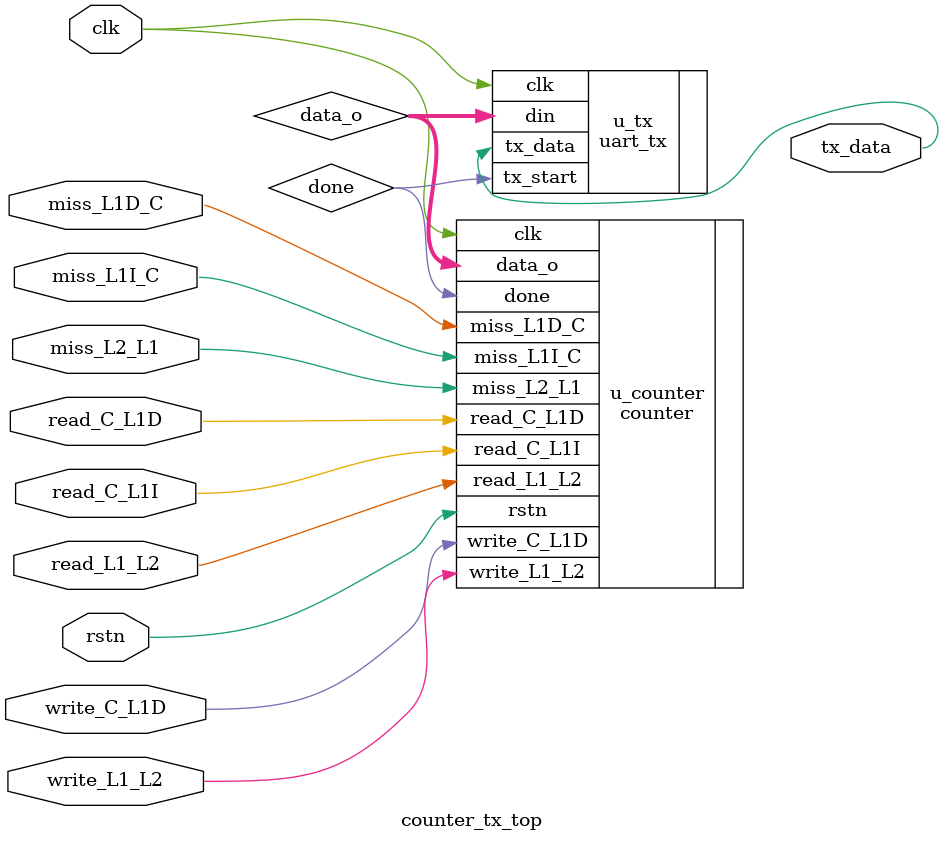
<source format=v>
module counter_tx_top(
    input		clk,
	input		rstn,
	input		read_C_L1I,
	input		miss_L1I_C,
	input		read_C_L1D,
	input		write_C_L1D,
	input		miss_L1D_C,
	input		read_L1_L2,
	input		write_L1_L2,
	input		miss_L2_L1,

  output  tx_data
);


wire [7:0]      data_o;
wire            done;


counter u_counter(
    .clk(clk),
    .rstn(rstn),
    .read_C_L1I(read_C_L1I),
    .miss_L1I_C(miss_L1I_C),
    .read_C_L1D(read_C_L1D),
    .write_C_L1D(write_C_L1D),
    .miss_L1D_C(miss_L1D_C),
    .read_L1_L2(read_L1_L2),
    .write_L1_L2(write_L1_L2),
    .miss_L2_L1(miss_L2_L1),
    .data_o(data_o),
    .done(done)
);


uart_tx u_tx(
    .clk(clk),
    .din(data_o),
    .tx_start(done),
    .tx_data(tx_data)
);

endmodule

</source>
